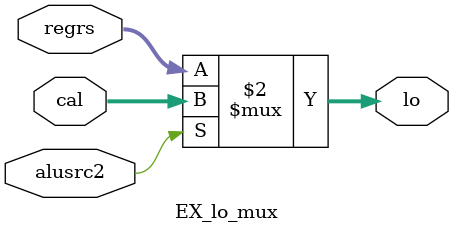
<source format=v>
`timescale 1ns / 1ps


module EX_lo_mux(
            input alusrc2,
            input [31:0] cal,regrs,
            output [31:0] lo
    );
    
            assign lo = (alusrc2 == 1'b0)       ?       regrs       :   cal;
                             
endmodule
</source>
